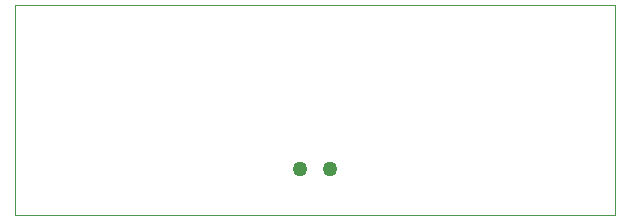
<source format=gbp>
G75*
%MOIN*%
%OFA0B0*%
%FSLAX25Y25*%
%IPPOS*%
%LPD*%
%AMOC8*
5,1,8,0,0,1.08239X$1,22.5*
%
%ADD10C,0.00000*%
%ADD11C,0.05000*%
D10*
X0001250Y0001250D02*
X0001250Y0071211D01*
X0201250Y0071211D01*
X0201250Y0001250D01*
X0001250Y0001250D01*
D11*
X0096250Y0016565D03*
X0106250Y0016565D03*
M02*

</source>
